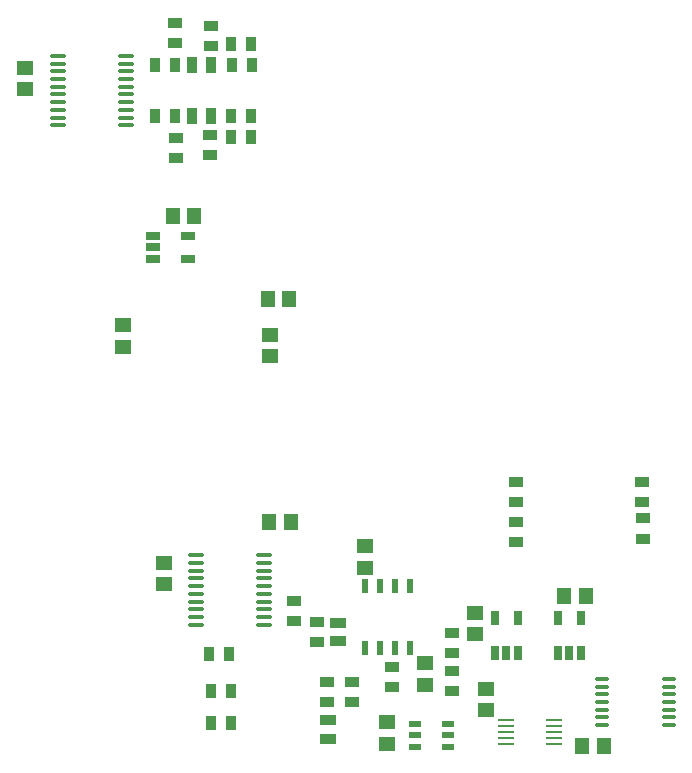
<source format=gbr>
G04 Layer_Color=8421504*
%FSLAX26Y26*%
%MOIN*%
%TF.FileFunction,Paste,Top*%
%TF.Part,Single*%
G01*
G75*
%TA.AperFunction,SMDPad,CuDef*%
%ADD10R,0.057087X0.045276*%
%ADD11R,0.045276X0.057087*%
G04:AMPARAMS|DCode=12|XSize=21.654mil|YSize=49.213mil|CornerRadius=1.949mil|HoleSize=0mil|Usage=FLASHONLY|Rotation=180.000|XOffset=0mil|YOffset=0mil|HoleType=Round|Shape=RoundedRectangle|*
%AMROUNDEDRECTD12*
21,1,0.021654,0.045315,0,0,180.0*
21,1,0.017756,0.049213,0,0,180.0*
1,1,0.003898,-0.008878,0.022657*
1,1,0.003898,0.008878,0.022657*
1,1,0.003898,0.008878,-0.022657*
1,1,0.003898,-0.008878,-0.022657*
%
%ADD12ROUNDEDRECTD12*%
%ADD13R,0.051181X0.033465*%
%ADD14O,0.055118X0.013780*%
%ADD15R,0.039370X0.023622*%
%ADD16R,0.037402X0.053150*%
G04:AMPARAMS|DCode=17|XSize=25.591mil|YSize=47.244mil|CornerRadius=1.919mil|HoleSize=0mil|Usage=FLASHONLY|Rotation=180.000|XOffset=0mil|YOffset=0mil|HoleType=Round|Shape=RoundedRectangle|*
%AMROUNDEDRECTD17*
21,1,0.025591,0.043406,0,0,180.0*
21,1,0.021752,0.047244,0,0,180.0*
1,1,0.003839,-0.010876,0.021703*
1,1,0.003839,0.010876,0.021703*
1,1,0.003839,0.010876,-0.021703*
1,1,0.003839,-0.010876,-0.021703*
%
%ADD17ROUNDEDRECTD17*%
%ADD18O,0.049213X0.013780*%
%ADD19O,0.057087X0.009842*%
G04:AMPARAMS|DCode=20|XSize=25.591mil|YSize=47.244mil|CornerRadius=1.919mil|HoleSize=0mil|Usage=FLASHONLY|Rotation=90.000|XOffset=0mil|YOffset=0mil|HoleType=Round|Shape=RoundedRectangle|*
%AMROUNDEDRECTD20*
21,1,0.025591,0.043406,0,0,90.0*
21,1,0.021752,0.047244,0,0,90.0*
1,1,0.003839,0.021703,0.010876*
1,1,0.003839,0.021703,-0.010876*
1,1,0.003839,-0.021703,-0.010876*
1,1,0.003839,-0.021703,0.010876*
%
%ADD20ROUNDEDRECTD20*%
%ADD21R,0.033465X0.051181*%
%ADD22R,0.053150X0.037402*%
D10*
X1647386Y1213134D02*
D03*
Y1284000D02*
D03*
X1682110Y960472D02*
D03*
Y1031339D02*
D03*
X1355110Y847677D02*
D03*
Y918543D02*
D03*
X473110Y2242543D02*
D03*
Y2171677D02*
D03*
X963110Y2210543D02*
D03*
Y2139677D02*
D03*
X147110Y3030472D02*
D03*
Y3101338D02*
D03*
X1480000Y1115433D02*
D03*
Y1044567D02*
D03*
X1280000Y1434567D02*
D03*
Y1505433D02*
D03*
X610110Y1379678D02*
D03*
Y1450544D02*
D03*
D11*
X2004567Y840000D02*
D03*
X2075433D02*
D03*
X2015795Y1340110D02*
D03*
X1944929D02*
D03*
X638677Y2606110D02*
D03*
X709543D02*
D03*
X961677Y1585110D02*
D03*
X1032543D02*
D03*
X1026543Y2331110D02*
D03*
X955677D02*
D03*
D12*
X1430386Y1373913D02*
D03*
X1380386D02*
D03*
X1330386D02*
D03*
X1280386D02*
D03*
X1430386Y1167220D02*
D03*
X1380386D02*
D03*
X1330386D02*
D03*
X1280386D02*
D03*
D13*
X1571110Y1216575D02*
D03*
Y1149646D02*
D03*
X1783110Y1519646D02*
D03*
Y1586575D02*
D03*
X2208110Y1531646D02*
D03*
Y1598575D02*
D03*
X2205110Y1653646D02*
D03*
Y1720575D02*
D03*
X1783110Y1653646D02*
D03*
Y1720575D02*
D03*
X1570362Y1089109D02*
D03*
Y1022180D02*
D03*
X648110Y3182646D02*
D03*
Y3249575D02*
D03*
X651110Y2798646D02*
D03*
Y2865575D02*
D03*
X764110Y2877575D02*
D03*
Y2810646D02*
D03*
X766110Y3174646D02*
D03*
Y3241575D02*
D03*
X1120000Y1253465D02*
D03*
Y1186535D02*
D03*
X1155110Y1054575D02*
D03*
Y987646D02*
D03*
X1043854Y1324939D02*
D03*
Y1258010D02*
D03*
X1237110Y1054575D02*
D03*
Y987646D02*
D03*
X1370000Y1103465D02*
D03*
Y1036535D02*
D03*
D14*
X716922Y1475268D02*
D03*
Y1449678D02*
D03*
Y1424086D02*
D03*
Y1398496D02*
D03*
Y1372906D02*
D03*
Y1347314D02*
D03*
Y1321724D02*
D03*
Y1296134D02*
D03*
Y1270544D02*
D03*
Y1244952D02*
D03*
X943300Y1475268D02*
D03*
Y1449678D02*
D03*
Y1424086D02*
D03*
Y1398496D02*
D03*
Y1372906D02*
D03*
Y1347314D02*
D03*
Y1321724D02*
D03*
Y1296134D02*
D03*
Y1270544D02*
D03*
Y1244952D02*
D03*
X255944Y3139724D02*
D03*
Y3114134D02*
D03*
Y3088544D02*
D03*
Y3062952D02*
D03*
Y3037362D02*
D03*
Y3011772D02*
D03*
Y2986182D02*
D03*
Y2960590D02*
D03*
Y2935000D02*
D03*
Y2909410D02*
D03*
X482322Y3139724D02*
D03*
Y3114134D02*
D03*
Y3088544D02*
D03*
Y3062952D02*
D03*
Y3037362D02*
D03*
Y3011772D02*
D03*
Y2986182D02*
D03*
Y2960590D02*
D03*
Y2935000D02*
D03*
Y2909410D02*
D03*
D15*
X1447574Y912796D02*
D03*
Y875394D02*
D03*
Y837992D02*
D03*
X1555842D02*
D03*
Y875394D02*
D03*
Y912796D02*
D03*
D16*
X703614Y3110111D02*
D03*
X766606D02*
D03*
X704614Y2941111D02*
D03*
X767606D02*
D03*
D17*
X1924386Y1149932D02*
D03*
X1961788D02*
D03*
X1999188D02*
D03*
Y1266074D02*
D03*
X1924386D02*
D03*
X1714216Y1151496D02*
D03*
X1751618D02*
D03*
X1789018D02*
D03*
Y1267638D02*
D03*
X1714216D02*
D03*
D18*
X2069622Y1063386D02*
D03*
Y1037796D02*
D03*
Y1012204D02*
D03*
Y986614D02*
D03*
Y961024D02*
D03*
Y935434D02*
D03*
Y909842D02*
D03*
X2292062Y1063386D02*
D03*
Y1037796D02*
D03*
Y1012204D02*
D03*
Y986614D02*
D03*
Y961024D02*
D03*
Y935434D02*
D03*
Y909842D02*
D03*
D19*
X1910292Y846772D02*
D03*
Y866456D02*
D03*
Y886142D02*
D03*
Y905826D02*
D03*
Y925512D02*
D03*
X1750842Y846772D02*
D03*
Y866456D02*
D03*
Y886142D02*
D03*
Y905826D02*
D03*
Y925512D02*
D03*
D20*
X574040Y2539512D02*
D03*
Y2502110D02*
D03*
Y2464708D02*
D03*
X690182D02*
D03*
Y2539512D02*
D03*
D21*
X835646Y3110110D02*
D03*
X902575D02*
D03*
X834646Y3181110D02*
D03*
X901575D02*
D03*
X832646Y2871110D02*
D03*
X899575D02*
D03*
X647575Y2941095D02*
D03*
X580646D02*
D03*
X832646D02*
D03*
X899575D02*
D03*
X581646Y3110110D02*
D03*
X648575D02*
D03*
X826575Y1148110D02*
D03*
X759646D02*
D03*
X833575Y917110D02*
D03*
X766646D02*
D03*
X833575Y1024110D02*
D03*
X766646D02*
D03*
D22*
X1190000Y1188504D02*
D03*
Y1251496D02*
D03*
X1156110Y927606D02*
D03*
Y864614D02*
D03*
%TF.MD5,048b2dc49eb9d696719a74ffedd70706*%
M02*

</source>
